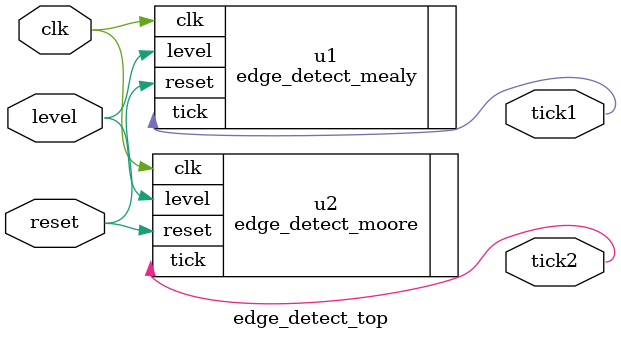
<source format=sv>
`timescale 1ns / 1ps


    module edge_detect_top(
    input logic clk, level, reset,
    output logic tick1, tick2  
    );
    
    
    edge_detect_mealy u1(.tick(tick1), .clk(clk), .level(level),.reset(reset));
    edge_detect_moore u2(.tick(tick2), .clk(clk), .level(level),.reset(reset));
    
endmodule

</source>
